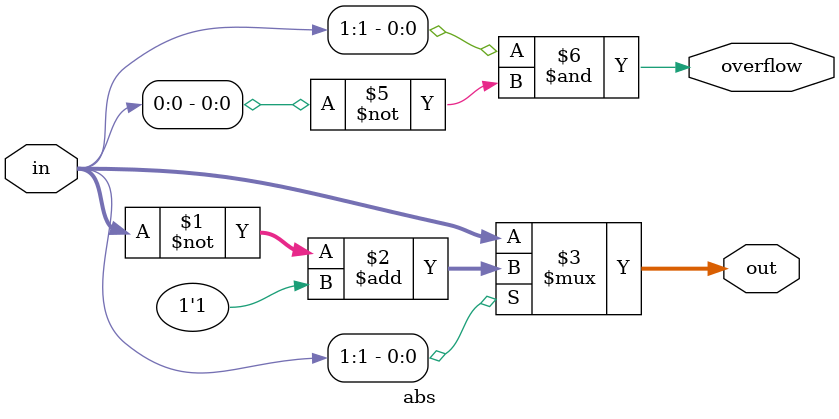
<source format=v>
module abs #(parameter DW = 2) // data width
   (
    input [DW-1:0]  in, //input operand
    output [DW-1:0] out, //out = abs(in) (signed two's complement)
    output 	    overflow  //high for max negative #
    );
   
   assign out[DW-1:0] = in[DW-1] ? ~in[DW-1:0] + 1'b1 :
			            in[DW-1:0];

   assign overflow = in[DW-1] & ~(|in[DW-2:0]);

endmodule
</source>
